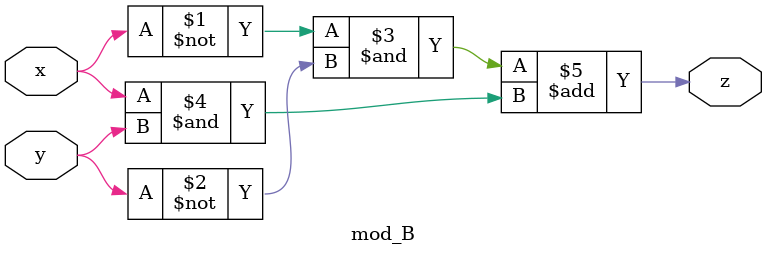
<source format=v>
module top_module (input x, input y, output z);
    wire w1,w2,w3,w4,w5,w6;
    mod_A ia1(.x(x),.y(y),.z(w1));
    mod_B ib1(.x(x),.y(y),.z(w2));
    mod_A ia2(.x(x),.y(y),.z(w3));
    mod_B ib2(.x(x),.y(y),.z(w4));
    assign w5 = w1|w2;
    assign w6 = w3&w4;
    assign z = w5^w6;

endmodule


module mod_A (input x, input y, output z);
    assign  z = (x^y) & x;
endmodule

module mod_B ( input x, input y, output z );
    assign z = ((~x)&(~y)) + ((x)&(y));

endmodule


</source>
